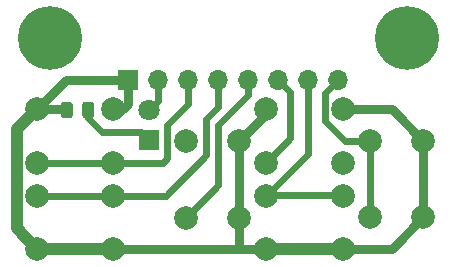
<source format=gbr>
G04 #@! TF.GenerationSoftware,KiCad,Pcbnew,(5.1.7)-1*
G04 #@! TF.CreationDate,2023-01-25T18:29:27-07:00*
G04 #@! TF.ProjectId,Buttons,42757474-6f6e-4732-9e6b-696361645f70,rev?*
G04 #@! TF.SameCoordinates,PX7b89fa0PY567a2f0*
G04 #@! TF.FileFunction,Copper,L1,Top*
G04 #@! TF.FilePolarity,Positive*
%FSLAX46Y46*%
G04 Gerber Fmt 4.6, Leading zero omitted, Abs format (unit mm)*
G04 Created by KiCad (PCBNEW (5.1.7)-1) date 2023-01-25 18:29:27*
%MOMM*%
%LPD*%
G01*
G04 APERTURE LIST*
G04 #@! TA.AperFunction,ComponentPad*
%ADD10O,1.700000X1.700000*%
G04 #@! TD*
G04 #@! TA.AperFunction,ComponentPad*
%ADD11R,1.700000X1.700000*%
G04 #@! TD*
G04 #@! TA.AperFunction,ComponentPad*
%ADD12C,5.400000*%
G04 #@! TD*
G04 #@! TA.AperFunction,ComponentPad*
%ADD13C,2.000000*%
G04 #@! TD*
G04 #@! TA.AperFunction,ComponentPad*
%ADD14R,1.800000X1.800000*%
G04 #@! TD*
G04 #@! TA.AperFunction,ComponentPad*
%ADD15C,1.800000*%
G04 #@! TD*
G04 #@! TA.AperFunction,Conductor*
%ADD16C,0.800000*%
G04 #@! TD*
G04 #@! TA.AperFunction,Conductor*
%ADD17C,1.000000*%
G04 #@! TD*
G04 #@! TA.AperFunction,Conductor*
%ADD18C,0.600000*%
G04 #@! TD*
G04 APERTURE END LIST*
D10*
X28448000Y16510000D03*
X25908000Y16510000D03*
X23368000Y16510000D03*
X20828000Y16510000D03*
X18288000Y16510000D03*
X15748000Y16510000D03*
X13208000Y16510000D03*
D11*
X10668000Y16510000D03*
D12*
X34290000Y20066000D03*
X4064000Y20066000D03*
D13*
X9398000Y14025000D03*
X9398000Y9525000D03*
X2898000Y14025000D03*
X2898000Y9525000D03*
X9398000Y6722500D03*
X9398000Y2222500D03*
X2898000Y6722500D03*
X2898000Y2222500D03*
X22329000Y9525000D03*
X22329000Y14025000D03*
X28829000Y9525000D03*
X28829000Y14025000D03*
X15566000Y11366500D03*
X20066000Y11366500D03*
X15566000Y4866500D03*
X20066000Y4866500D03*
X22352000Y2231000D03*
X22352000Y6731000D03*
X28852000Y2231000D03*
X28852000Y6731000D03*
X31115000Y11389500D03*
X35615000Y11389500D03*
X31115000Y4889500D03*
X35615000Y4889500D03*
D14*
X12446000Y11430000D03*
D15*
X12446000Y13970000D03*
G04 #@! TA.AperFunction,SMDPad,CuDef*
G36*
G01*
X4925000Y13519998D02*
X4925000Y14420002D01*
G75*
G02*
X5174998Y14670000I249998J0D01*
G01*
X5700002Y14670000D01*
G75*
G02*
X5950000Y14420002I0J-249998D01*
G01*
X5950000Y13519998D01*
G75*
G02*
X5700002Y13270000I-249998J0D01*
G01*
X5174998Y13270000D01*
G75*
G02*
X4925000Y13519998I0J249998D01*
G01*
G37*
G04 #@! TD.AperFunction*
G04 #@! TA.AperFunction,SMDPad,CuDef*
G36*
G01*
X6750000Y13519998D02*
X6750000Y14420002D01*
G75*
G02*
X6999998Y14670000I249998J0D01*
G01*
X7525002Y14670000D01*
G75*
G02*
X7775000Y14420002I0J-249998D01*
G01*
X7775000Y13519998D01*
G75*
G02*
X7525002Y13270000I-249998J0D01*
G01*
X6999998Y13270000D01*
G75*
G02*
X6750000Y13519998I0J249998D01*
G01*
G37*
G04 #@! TD.AperFunction*
D16*
X19613000Y11199000D02*
X19613000Y11309000D01*
D17*
X1921001Y3230999D02*
X2921000Y2231000D01*
X1197999Y3954001D02*
X1921001Y3230999D01*
X1197999Y12324999D02*
X1197999Y3954001D01*
X2898000Y14025000D02*
X1197999Y12324999D01*
X2921000Y2231000D02*
X9421000Y2231000D01*
X22352000Y2231000D02*
X28852000Y2231000D01*
D16*
X22343500Y2222500D02*
X22352000Y2231000D01*
X12319000Y2222500D02*
X19685000Y2222500D01*
X9398000Y2222500D02*
X12319000Y2222500D01*
X20066000Y11366500D02*
X20066000Y4866500D01*
X20066000Y4866500D02*
X20066000Y2222500D01*
X19685000Y2222500D02*
X20066000Y2222500D01*
X20066000Y2222500D02*
X22343500Y2222500D01*
X35615000Y11389500D02*
X35615000Y4889500D01*
X32956500Y2231000D02*
X35615000Y4889500D01*
X28852000Y2231000D02*
X32956500Y2231000D01*
X9851000Y14478000D02*
X9398000Y14025000D01*
X32979500Y14025000D02*
X28829000Y14025000D01*
X35615000Y11389500D02*
X32979500Y14025000D01*
X9398000Y14025000D02*
X10215000Y14025000D01*
X10668000Y14478000D02*
X10668000Y16510000D01*
X10215000Y14025000D02*
X10668000Y14478000D01*
X5383000Y16510000D02*
X2898000Y14025000D01*
X10668000Y16510000D02*
X5383000Y16510000D01*
X5382500Y14025000D02*
X5437500Y13970000D01*
X2898000Y14025000D02*
X5382500Y14025000D01*
X22329000Y13629500D02*
X20066000Y11366500D01*
X22329000Y14025000D02*
X22329000Y13629500D01*
D18*
X2921500Y9501500D02*
X2898000Y9525000D01*
X2898000Y9525000D02*
X9398000Y9525000D01*
X15748000Y16510000D02*
X15748000Y14478000D01*
X15748000Y14478000D02*
X13970000Y12700000D01*
X13970000Y12700000D02*
X13970000Y9906000D01*
X13589000Y9525000D02*
X9398000Y9525000D01*
X13970000Y9906000D02*
X13589000Y9525000D01*
X2898000Y6722500D02*
X9398000Y6722500D01*
X13834500Y6722500D02*
X9398000Y6722500D01*
X17272000Y10160000D02*
X13834500Y6722500D01*
X17272000Y13208000D02*
X17272000Y10160000D01*
X18288000Y14224000D02*
X17272000Y13208000D01*
X18288000Y16510000D02*
X18288000Y14224000D01*
X27328999Y15390999D02*
X28448000Y16510000D01*
X27328999Y13057001D02*
X27328999Y15390999D01*
X28996500Y11389500D02*
X27328999Y13057001D01*
X31115000Y11389500D02*
X28996500Y11389500D01*
X31115000Y11389500D02*
X31115000Y4889500D01*
X24384000Y15494000D02*
X23368000Y16510000D01*
X24384000Y11580000D02*
X24384000Y15494000D01*
X22329000Y9525000D02*
X24384000Y11580000D01*
X28828500Y6754500D02*
X28852000Y6731000D01*
X25654000Y6754500D02*
X28828500Y6754500D01*
X22375500Y6754500D02*
X22352000Y6731000D01*
X25654000Y6754500D02*
X22375500Y6754500D01*
X25908000Y10287000D02*
X25908000Y16510000D01*
X22352000Y6731000D02*
X25908000Y10287000D01*
X20828000Y16510000D02*
X20828000Y15240000D01*
X20828000Y15240000D02*
X18288000Y12700000D01*
X18288000Y7588500D02*
X15566000Y4866500D01*
X18288000Y12700000D02*
X18288000Y7588500D01*
X7262500Y13970000D02*
X7262500Y13311500D01*
X11749490Y12126510D02*
X12446000Y11430000D01*
X8447490Y12126510D02*
X11749490Y12126510D01*
X7262500Y13311500D02*
X8447490Y12126510D01*
X13208000Y14732000D02*
X12446000Y13970000D01*
X13208000Y16510000D02*
X13208000Y14732000D01*
M02*

</source>
